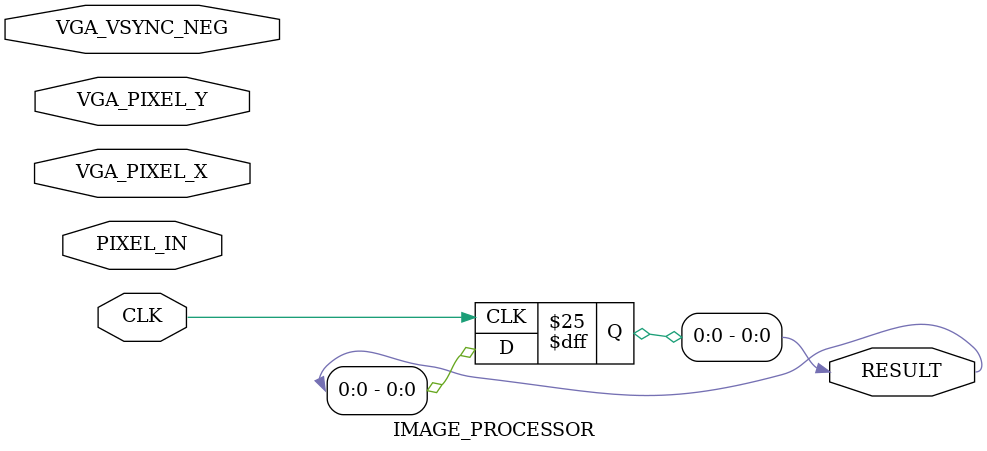
<source format=v>
`define SCREEN_WIDTH 176
`define SCREEN_HEIGHT 144
`define NUM_BARS 3
`define BAR_HEIGHT 48

module IMAGE_PROCESSOR (
	PIXEL_IN,
	CLK,
	VGA_PIXEL_X,
	VGA_PIXEL_Y,
	VGA_VSYNC_NEG,
	RESULT
);


//=======================================================
//  PORT declarations
//=======================================================
input	[7:0]	PIXEL_IN;
input 		CLK;

input [9:0] VGA_PIXEL_X;
input [9:0] VGA_PIXEL_Y;
input			VGA_VSYNC_NEG;

reg [31:0] count;

reg detect1;
reg detect2;

output reg [8:0] RESULT;

always@(posedge CLK) begin
	detect1 = VGA_VSYNC_NEG;
	detect2 = detect1;
	if (!detect1 && detect2) begin
		RESULT[0] <= (count > 12672) ? 1 : 0; //if greater than half pixels red
	end
end


always@(posedge CLK) begin
	if (!detect1 && detect2)
		count = 0;
	else if(PIXEL_IN[7:6] >= PIXEL_IN[1:0])
		count = count + 1;
	else
		count = count;
end


endmodule
</source>
